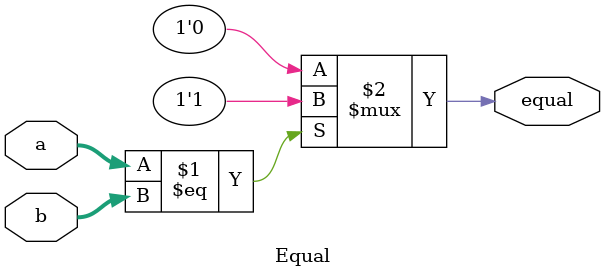
<source format=v>
module Equal(a, b, equal);
  input [31:0] a, b;
  output wire equal;

  assign equal = (a==b) ? 1'b1 : 1'b0;
endmodule
</source>
